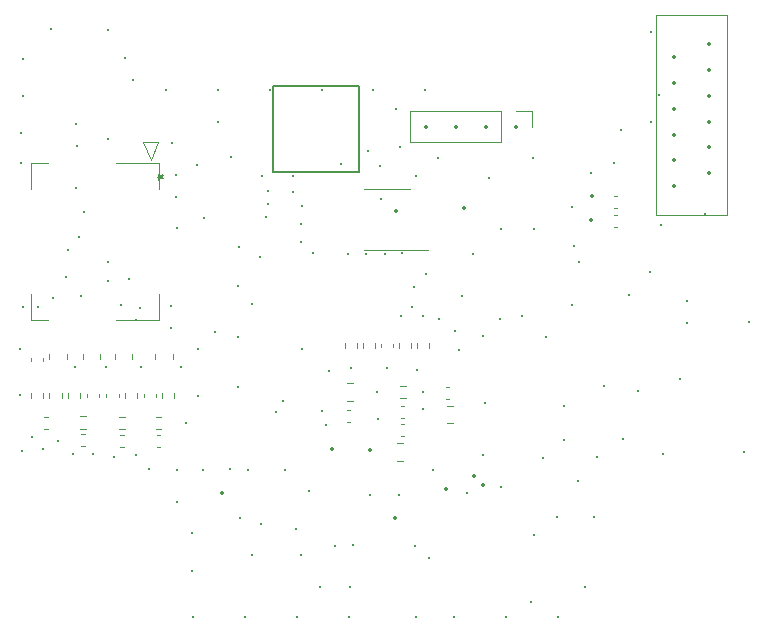
<source format=gbr>
%TF.GenerationSoftware,KiCad,Pcbnew,(6.0.5)*%
%TF.CreationDate,2022-08-10T11:04:23+08:00*%
%TF.ProjectId,SX7H02050048,53583748-3032-4303-9530-3034382e6b69,rev?*%
%TF.SameCoordinates,PX59a5380PY6d321a0*%
%TF.FileFunction,Legend,Top*%
%TF.FilePolarity,Positive*%
%FSLAX46Y46*%
G04 Gerber Fmt 4.6, Leading zero omitted, Abs format (unit mm)*
G04 Created by KiCad (PCBNEW (6.0.5)) date 2022-08-10 11:04:23*
%MOMM*%
%LPD*%
G01*
G04 APERTURE LIST*
%ADD10C,0.150000*%
%ADD11C,0.120000*%
%ADD12C,0.300000*%
%ADD13C,0.350000*%
G04 APERTURE END LIST*
D10*
X116332000Y-68453000D02*
X123571000Y-68453000D01*
X123571000Y-68453000D02*
X123571000Y-75692000D01*
X123571000Y-75692000D02*
X116332000Y-75692000D01*
X116332000Y-75692000D02*
X116332000Y-68453000D01*
%TO.C,J2*%
X106538781Y-76123800D02*
X106776877Y-76123800D01*
X106681639Y-76361895D02*
X106776877Y-76123800D01*
X106681639Y-75885704D01*
X106967353Y-76266657D02*
X106776877Y-76123800D01*
X106967353Y-75980942D01*
D11*
%TO.C,R124*%
X98943900Y-94889858D02*
X98943900Y-94415342D01*
X99988900Y-94889858D02*
X99988900Y-94415342D01*
%TO.C,C121*%
X127426580Y-98088240D02*
X127145420Y-98088240D01*
X127426580Y-97068240D02*
X127145420Y-97068240D01*
%TO.C,C144*%
X145189420Y-77790000D02*
X145470580Y-77790000D01*
X145189420Y-78810000D02*
X145470580Y-78810000D01*
%TO.C,C129*%
X101551200Y-94512020D02*
X101551200Y-94793180D01*
X100531200Y-94512020D02*
X100531200Y-94793180D01*
%TO.C,C118*%
X130957420Y-93889240D02*
X131238580Y-93889240D01*
X130957420Y-94909240D02*
X131238580Y-94909240D01*
%TO.C,U103*%
X125984000Y-82316000D02*
X129434000Y-82316000D01*
X125984000Y-77196000D02*
X124034000Y-77196000D01*
X125984000Y-77196000D02*
X127934000Y-77196000D01*
X125984000Y-82316000D02*
X124034000Y-82316000D01*
%TO.C,R132*%
X101691533Y-91111336D02*
X101691533Y-91565464D01*
X100221533Y-91111336D02*
X100221533Y-91565464D01*
%TO.C,R131*%
X106334466Y-91111336D02*
X106334466Y-91565464D01*
X107804466Y-91111336D02*
X107804466Y-91565464D01*
%TO.C,C124*%
X106769780Y-97991200D02*
X106488620Y-97991200D01*
X106769780Y-99011200D02*
X106488620Y-99011200D01*
%TO.C,R127*%
X106391942Y-97499700D02*
X106866458Y-97499700D01*
X106391942Y-96454700D02*
X106866458Y-96454700D01*
%TO.C,C145*%
X145460580Y-79360000D02*
X145179420Y-79360000D01*
X145460580Y-80380000D02*
X145179420Y-80380000D01*
%TO.C,R126*%
X103293142Y-97499700D02*
X103767658Y-97499700D01*
X103293142Y-96454700D02*
X103767658Y-96454700D01*
%TO.C,R110*%
X123937500Y-90186742D02*
X123937500Y-90661258D01*
X124982500Y-90186742D02*
X124982500Y-90661258D01*
%TO.C,J101*%
X127946000Y-70552000D02*
X127946000Y-73212000D01*
X138226000Y-70552000D02*
X138226000Y-71882000D01*
X135626000Y-70552000D02*
X135626000Y-73212000D01*
X136896000Y-70552000D02*
X138226000Y-70552000D01*
X135626000Y-70552000D02*
X127946000Y-70552000D01*
X135626000Y-73212000D02*
X127946000Y-73212000D01*
%TO.C,C113*%
X122541420Y-96903000D02*
X122822580Y-96903000D01*
X122541420Y-95883000D02*
X122822580Y-95883000D01*
%TO.C,C119*%
X127327252Y-98706000D02*
X126804748Y-98706000D01*
X127327252Y-100176000D02*
X126804748Y-100176000D01*
%TO.C,C128*%
X106377200Y-94512020D02*
X106377200Y-94793180D01*
X105357200Y-94512020D02*
X105357200Y-94793180D01*
%TO.C,R119*%
X122413500Y-90186742D02*
X122413500Y-90661258D01*
X123458500Y-90186742D02*
X123458500Y-90661258D01*
%TO.C,C127*%
X102207600Y-94512020D02*
X102207600Y-94793180D01*
X103227600Y-94512020D02*
X103227600Y-94793180D01*
%TO.C,C122*%
X126494000Y-90283420D02*
X126494000Y-90564580D01*
X125474000Y-90283420D02*
X125474000Y-90564580D01*
%TO.C,J1*%
X154750000Y-62450000D02*
X154750000Y-79350000D01*
X148750000Y-62450000D02*
X148750000Y-79350000D01*
X148750000Y-62450000D02*
X154750000Y-62450000D01*
X148750000Y-79350000D02*
X154750000Y-79350000D01*
%TO.C,R133*%
X98829800Y-91111336D02*
X98829800Y-91565464D01*
X97359800Y-91111336D02*
X97359800Y-91565464D01*
%TO.C,R116*%
X126985500Y-90661258D02*
X126985500Y-90186742D01*
X128030500Y-90661258D02*
X128030500Y-90186742D01*
%TO.C,C125*%
X100087820Y-98960400D02*
X100368980Y-98960400D01*
X100087820Y-97940400D02*
X100368980Y-97940400D01*
%TO.C,C126*%
X96938220Y-96467200D02*
X97219380Y-96467200D01*
X96938220Y-97487200D02*
X97219380Y-97487200D01*
%TO.C,R122*%
X104814900Y-94889858D02*
X104814900Y-94415342D01*
X103769900Y-94889858D02*
X103769900Y-94415342D01*
%TO.C,C116*%
X122547748Y-95096000D02*
X123070252Y-95096000D01*
X122547748Y-93626000D02*
X123070252Y-93626000D01*
%TO.C,L103*%
X127557258Y-94883500D02*
X127082742Y-94883500D01*
X127557258Y-93838500D02*
X127082742Y-93838500D01*
%TO.C,J2*%
X106669400Y-77132260D02*
X106669400Y-74952313D01*
X95819402Y-88252287D02*
X97299346Y-88252287D01*
X105309400Y-73174313D02*
X106579400Y-73174313D01*
X95819402Y-86072340D02*
X95819402Y-88252287D01*
X97299346Y-74952313D02*
X95819402Y-74952313D01*
X106669400Y-74952313D02*
X102989426Y-74952313D01*
X106669400Y-88252287D02*
X106669400Y-86072340D01*
X105944400Y-74698313D02*
X105309400Y-73174313D01*
X106579400Y-73174313D02*
X105944400Y-74698313D01*
X95819402Y-74952313D02*
X95819402Y-77132260D01*
X102989426Y-88252287D02*
X106669400Y-88252287D01*
%TO.C,C130*%
X96826800Y-91732980D02*
X96826800Y-91451820D01*
X95806800Y-91732980D02*
X95806800Y-91451820D01*
%TO.C,R130*%
X102897000Y-91111336D02*
X102897000Y-91565464D01*
X104367000Y-91111336D02*
X104367000Y-91565464D01*
%TO.C,C117*%
X131056748Y-95531000D02*
X131579252Y-95531000D01*
X131056748Y-97001000D02*
X131579252Y-97001000D01*
%TO.C,R125*%
X95794300Y-94889858D02*
X95794300Y-94415342D01*
X96839300Y-94889858D02*
X96839300Y-94415342D01*
%TO.C,R128*%
X100465658Y-97448900D02*
X99991142Y-97448900D01*
X100465658Y-96403900D02*
X99991142Y-96403900D01*
%TO.C,R109*%
X129554500Y-90661258D02*
X129554500Y-90186742D01*
X128509500Y-90661258D02*
X128509500Y-90186742D01*
%TO.C,R129*%
X98414100Y-94889858D02*
X98414100Y-94415342D01*
X97369100Y-94889858D02*
X97369100Y-94415342D01*
%TO.C,C123*%
X103670980Y-97991200D02*
X103389820Y-97991200D01*
X103670980Y-99011200D02*
X103389820Y-99011200D01*
%TO.C,R123*%
X106919500Y-94889858D02*
X106919500Y-94415342D01*
X107964500Y-94889858D02*
X107964500Y-94415342D01*
%TO.C,C120*%
X127426580Y-96522000D02*
X127145420Y-96522000D01*
X127426580Y-95502000D02*
X127145420Y-95502000D01*
%TD*%
D12*
X156210000Y-99441000D03*
X143510000Y-104902000D03*
X142748000Y-110871000D03*
X143764000Y-99822000D03*
X142113000Y-101854000D03*
X143256000Y-75819000D03*
X145161000Y-74930000D03*
X107696000Y-88900000D03*
X117348000Y-100965000D03*
X109474000Y-106299000D03*
X102362000Y-72898000D03*
X99618800Y-77038200D03*
X99720400Y-73482200D03*
X99644200Y-71653400D03*
X99847400Y-81203800D03*
X100310151Y-79100468D03*
X108102400Y-75946000D03*
X115290600Y-105537000D03*
X107772200Y-73228200D03*
X108153200Y-80492600D03*
X110439200Y-79654400D03*
X109855000Y-75158600D03*
X115925600Y-77317600D03*
X114554000Y-86893400D03*
X118237000Y-105918000D03*
X128295400Y-107365800D03*
X122834400Y-110845600D03*
X120319800Y-110871000D03*
X115925600Y-78435200D03*
X113538000Y-105029000D03*
X112649000Y-100838000D03*
X108204000Y-100965000D03*
X109956600Y-94665800D03*
X109956600Y-90678000D03*
X127076200Y-73634600D03*
X124333000Y-73914000D03*
X125399800Y-75209400D03*
X122072400Y-75006200D03*
X118694200Y-81686400D03*
X118668800Y-80086200D03*
X115214400Y-82931000D03*
X113309400Y-89662000D03*
X113360200Y-93903800D03*
X129184400Y-68783200D03*
X107289600Y-68783200D03*
X116047520Y-68783200D03*
X120426480Y-68783200D03*
X113385600Y-85344000D03*
X118033800Y-76047600D03*
X115417600Y-76022200D03*
X111379000Y-89306400D03*
X111633000Y-71526400D03*
X113411000Y-82067400D03*
X102362000Y-84988400D03*
X102311200Y-83337400D03*
X107696000Y-87045800D03*
X108102400Y-77851000D03*
X112776000Y-74447400D03*
X118719600Y-108127800D03*
X123113800Y-107340400D03*
X121539000Y-107391200D03*
X114185100Y-100939600D03*
X110350900Y-100939600D03*
D13*
X111988600Y-102920800D03*
D12*
X102362000Y-63703200D03*
X130302000Y-74549000D03*
X97536000Y-63652400D03*
X121031000Y-92583000D03*
X94996000Y-75000000D03*
X141605000Y-86995000D03*
X145796000Y-72136000D03*
X109499400Y-113411000D03*
X111668560Y-68783200D03*
D13*
X130938280Y-102576500D03*
D12*
X148336000Y-63881000D03*
X125984000Y-92329000D03*
X116586000Y-96012000D03*
X99415600Y-99632900D03*
X140970000Y-95504000D03*
X114528600Y-108127800D03*
X149175000Y-80225000D03*
X140462000Y-113411000D03*
X150749000Y-93218000D03*
X140970000Y-98425000D03*
X128422400Y-113411000D03*
X132285506Y-86185110D03*
X117144800Y-95097600D03*
X138303000Y-74549000D03*
X129514600Y-108432600D03*
X101041200Y-99632900D03*
D13*
X126746000Y-78994000D03*
D12*
X118008400Y-77419200D03*
X132715000Y-102895400D03*
X97713800Y-86385400D03*
X140335000Y-104902000D03*
X118745000Y-90678000D03*
X96875600Y-99212400D03*
X122769084Y-113411000D03*
X131615540Y-113411000D03*
X134239000Y-95250000D03*
X139192000Y-99949000D03*
X138430000Y-106426000D03*
X135636000Y-102362000D03*
X156591000Y-88392000D03*
X105079800Y-87274400D03*
X151384000Y-88519000D03*
X95148400Y-87172800D03*
X141650000Y-78725000D03*
X103784400Y-66090800D03*
X137414000Y-87884000D03*
X142174047Y-83313290D03*
X128397000Y-76073000D03*
X96418400Y-87172800D03*
X138176000Y-112141000D03*
X125222000Y-96647000D03*
D13*
X132461000Y-78740000D03*
D12*
X131699000Y-89154000D03*
X148336000Y-71501000D03*
X95046800Y-99364800D03*
X95148400Y-66192400D03*
X125095000Y-94361000D03*
X109474000Y-109474000D03*
X104698800Y-88265000D03*
X125476000Y-77978000D03*
X104495600Y-67970400D03*
X144373600Y-93878400D03*
X129286000Y-84328000D03*
X134112000Y-99695000D03*
X118345856Y-113411000D03*
X120777000Y-97155000D03*
X134620000Y-76200000D03*
X94996000Y-72390000D03*
X94894400Y-90728800D03*
X95148400Y-69291200D03*
X115697000Y-79552800D03*
D13*
X121310400Y-99187000D03*
X126605300Y-105003600D03*
D12*
X102819200Y-99872800D03*
X148971000Y-69215000D03*
X147193000Y-94234000D03*
X145923000Y-98298000D03*
X128524000Y-92456000D03*
X105791000Y-100838000D03*
X100050600Y-86182200D03*
X113922628Y-113411000D03*
X94894400Y-94640400D03*
X124805440Y-68783200D03*
X152908000Y-79248000D03*
X149352000Y-99568000D03*
X136038768Y-113411000D03*
X108204000Y-103632000D03*
X119380000Y-102743000D03*
D13*
X124510800Y-99237800D03*
D12*
X130368000Y-88199000D03*
X128270000Y-85471000D03*
X120466460Y-95923410D03*
X135509000Y-88138000D03*
D13*
X134112000Y-102235000D03*
D12*
X129032000Y-94361000D03*
D13*
X133324600Y-101447600D03*
D12*
X126738000Y-70350000D03*
X129032000Y-95758000D03*
X127254000Y-82550000D03*
D13*
X143280000Y-77790000D03*
X143230000Y-79790000D03*
D12*
X133223000Y-82677000D03*
X141800000Y-81950000D03*
X146411500Y-86168500D03*
X105156000Y-92202000D03*
X103403400Y-87020400D03*
X102209600Y-92252800D03*
X98983800Y-82321400D03*
X108559600Y-92250900D03*
X104114600Y-84759800D03*
X99517200Y-92250900D03*
X98806000Y-84632800D03*
X129032000Y-87884000D03*
X127127000Y-87884000D03*
X129844800Y-100914200D03*
X138430000Y-80518000D03*
X135636000Y-80518000D03*
X122936000Y-92329000D03*
X104698800Y-99720400D03*
X108915200Y-96977200D03*
X98145600Y-98501200D03*
X95910400Y-98196400D03*
X134112000Y-89599000D03*
X132080000Y-90805000D03*
X139446000Y-89724000D03*
X151370000Y-86614000D03*
X119659400Y-82575400D03*
X124206000Y-82677000D03*
X125769500Y-82671616D03*
X118745000Y-78562200D03*
X122682000Y-82677000D03*
X124561600Y-103073200D03*
X127000000Y-103047800D03*
X128065600Y-87171600D03*
X148225000Y-84205000D03*
D13*
X136896000Y-71882000D03*
X134356000Y-71882000D03*
X131816000Y-71882000D03*
X129276000Y-71882000D03*
X153250000Y-75850000D03*
X153250000Y-73650000D03*
X153250000Y-71450000D03*
X153250000Y-69250000D03*
X153250000Y-67050000D03*
X153250000Y-64850000D03*
X150250000Y-76950000D03*
X150250000Y-74750000D03*
X150250000Y-72550000D03*
X150250000Y-70350000D03*
X150250000Y-68150000D03*
X150250000Y-65950000D03*
M02*

</source>
